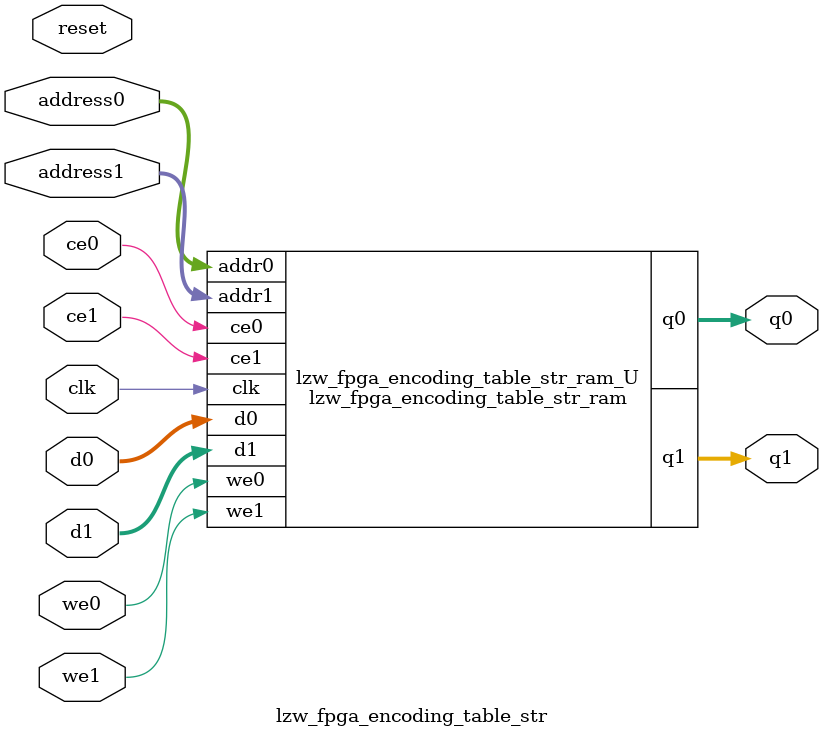
<source format=v>
`timescale 1 ns / 1 ps
module lzw_fpga_encoding_table_str_ram (addr0, ce0, d0, we0, q0, addr1, ce1, d1, we1, q1,  clk);

parameter DWIDTH = 8;
parameter AWIDTH = 22;
parameter MEM_SIZE = 4194304;

input[AWIDTH-1:0] addr0;
input ce0;
input[DWIDTH-1:0] d0;
input we0;
output reg[DWIDTH-1:0] q0;
input[AWIDTH-1:0] addr1;
input ce1;
input[DWIDTH-1:0] d1;
input we1;
output reg[DWIDTH-1:0] q1;
input clk;

reg [DWIDTH-1:0] ram[0:MEM_SIZE-1];




always @(posedge clk)  
begin 
    if (ce0) begin
        if (we0) 
            ram[addr0] <= d0; 
        q0 <= ram[addr0];
    end
end


always @(posedge clk)  
begin 
    if (ce1) begin
        if (we1) 
            ram[addr1] <= d1; 
        q1 <= ram[addr1];
    end
end


endmodule

`timescale 1 ns / 1 ps
module lzw_fpga_encoding_table_str(
    reset,
    clk,
    address0,
    ce0,
    we0,
    d0,
    q0,
    address1,
    ce1,
    we1,
    d1,
    q1);

parameter DataWidth = 32'd8;
parameter AddressRange = 32'd4194304;
parameter AddressWidth = 32'd22;
input reset;
input clk;
input[AddressWidth - 1:0] address0;
input ce0;
input we0;
input[DataWidth - 1:0] d0;
output[DataWidth - 1:0] q0;
input[AddressWidth - 1:0] address1;
input ce1;
input we1;
input[DataWidth - 1:0] d1;
output[DataWidth - 1:0] q1;



lzw_fpga_encoding_table_str_ram lzw_fpga_encoding_table_str_ram_U(
    .clk( clk ),
    .addr0( address0 ),
    .ce0( ce0 ),
    .we0( we0 ),
    .d0( d0 ),
    .q0( q0 ),
    .addr1( address1 ),
    .ce1( ce1 ),
    .we1( we1 ),
    .d1( d1 ),
    .q1( q1 ));

endmodule


</source>
